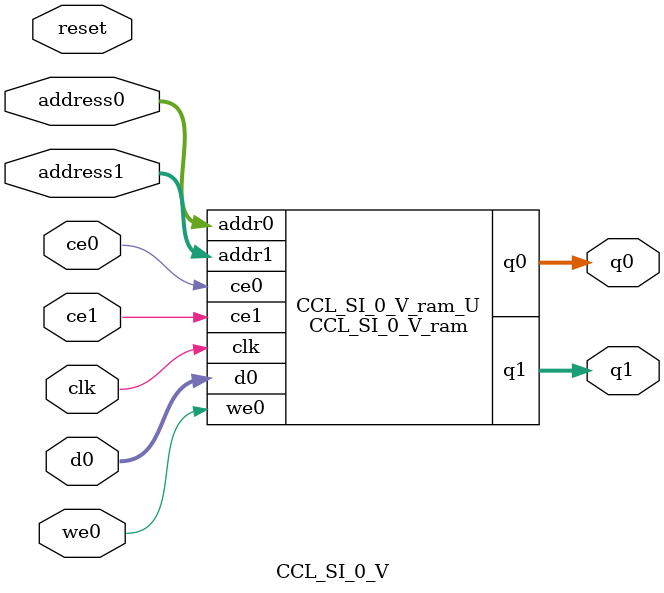
<source format=v>
`timescale 1 ns / 1 ps
module CCL_SI_0_V_ram (addr0, ce0, d0, we0, q0, addr1, ce1, q1,  clk);

parameter DWIDTH = 32;
parameter AWIDTH = 9;
parameter MEM_SIZE = 480;

input[AWIDTH-1:0] addr0;
input ce0;
input[DWIDTH-1:0] d0;
input we0;
output reg[DWIDTH-1:0] q0;
input[AWIDTH-1:0] addr1;
input ce1;
output reg[DWIDTH-1:0] q1;
input clk;

(* ram_style = "block" *)reg [DWIDTH-1:0] ram[0:MEM_SIZE-1];




always @(posedge clk)  
begin 
    if (ce0) begin
        if (we0) 
            ram[addr0] <= d0; 
        q0 <= ram[addr0];
    end
end


always @(posedge clk)  
begin 
    if (ce1) begin
        q1 <= ram[addr1];
    end
end


endmodule

`timescale 1 ns / 1 ps
module CCL_SI_0_V(
    reset,
    clk,
    address0,
    ce0,
    we0,
    d0,
    q0,
    address1,
    ce1,
    q1);

parameter DataWidth = 32'd32;
parameter AddressRange = 32'd480;
parameter AddressWidth = 32'd9;
input reset;
input clk;
input[AddressWidth - 1:0] address0;
input ce0;
input we0;
input[DataWidth - 1:0] d0;
output[DataWidth - 1:0] q0;
input[AddressWidth - 1:0] address1;
input ce1;
output[DataWidth - 1:0] q1;



CCL_SI_0_V_ram CCL_SI_0_V_ram_U(
    .clk( clk ),
    .addr0( address0 ),
    .ce0( ce0 ),
    .we0( we0 ),
    .d0( d0 ),
    .q0( q0 ),
    .addr1( address1 ),
    .ce1( ce1 ),
    .q1( q1 ));

endmodule


</source>
